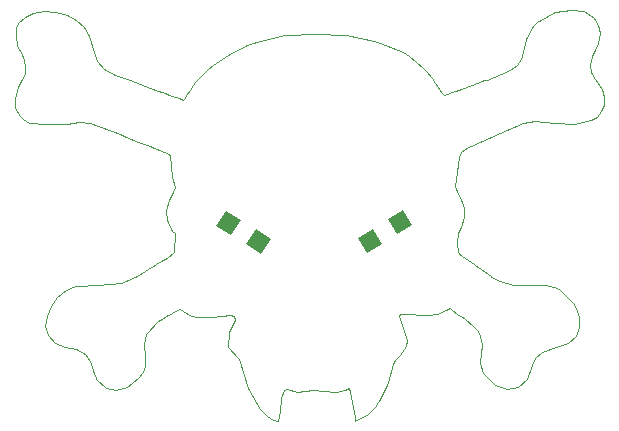
<source format=gtp>
G75*
G70*
%OFA0B0*%
%FSLAX24Y24*%
%IPPOS*%
%LPD*%
%AMOC8*
5,1,8,0,0,1.08239X$1,22.5*
%
%ADD10C,0.0010*%
%ADD11R,0.0591X0.0591*%
D10*
X002813Y001666D02*
X002773Y001794D01*
X002677Y002095D01*
X002502Y002332D01*
X002202Y002485D01*
X001841Y002565D01*
X001498Y002704D01*
X001254Y002972D01*
X001179Y003262D01*
X001215Y003596D01*
X001351Y003934D01*
X001577Y004233D01*
X001868Y004458D01*
X002112Y004565D01*
X002191Y004598D01*
X002926Y004644D01*
X003693Y004687D01*
X003862Y004749D01*
X004222Y004936D01*
X004496Y005090D01*
X004609Y005166D01*
X004763Y005259D01*
X004822Y005299D01*
X004868Y005336D01*
X005046Y005430D01*
X005230Y005537D01*
X005472Y005723D01*
X005486Y006356D01*
X005413Y006444D01*
X005245Y006806D01*
X005202Y007130D01*
X005293Y007457D01*
X005432Y007739D01*
X005482Y007896D01*
X005390Y008224D01*
X005347Y008635D01*
X005334Y008922D01*
X005287Y009005D01*
X004974Y009138D01*
X004888Y009162D01*
X004802Y009186D01*
X004651Y009252D01*
X004472Y009334D01*
X004358Y009372D01*
X004248Y009408D01*
X003876Y009570D01*
X003666Y009655D01*
X003044Y009898D01*
X002939Y009935D01*
X002648Y010029D01*
X002287Y010048D01*
X001893Y010008D01*
X001223Y009993D01*
X000645Y010024D01*
X000436Y010150D01*
X000318Y010268D01*
X000160Y010544D01*
X000160Y010859D01*
X000258Y011216D01*
X000389Y011507D01*
X000483Y011671D01*
X000513Y011894D01*
X000480Y012135D01*
X000348Y012387D01*
X000277Y012532D01*
X000231Y012631D01*
X000185Y012959D01*
X000197Y013204D01*
X000274Y013356D01*
X000482Y013566D01*
X000771Y013702D01*
X001127Y013758D01*
X001538Y013733D01*
X001895Y013635D01*
X002203Y013466D01*
X002455Y013230D01*
X002641Y012933D01*
X002800Y012402D01*
X002897Y012091D01*
X003125Y011827D01*
X003512Y011631D01*
X004008Y011447D01*
X004657Y011208D01*
X004757Y011157D01*
X004821Y011132D01*
X004944Y011093D01*
X005077Y011054D01*
X005150Y011027D01*
X005231Y011001D01*
X005295Y010978D01*
X005393Y010928D01*
X005630Y010848D01*
X005767Y010795D01*
X005820Y010869D01*
X005873Y010961D01*
X005991Y011132D01*
X006109Y011303D01*
X006172Y011390D01*
X006351Y011605D01*
X006583Y011837D01*
X006753Y011968D01*
X007260Y012293D01*
X007909Y012615D01*
X008087Y012691D01*
X008226Y012735D01*
X008324Y012767D01*
X009156Y012964D01*
X010180Y013012D01*
X011206Y012977D01*
X012138Y012763D01*
X012335Y012697D01*
X013097Y012382D01*
X013290Y012275D01*
X013780Y011855D01*
X013859Y011763D01*
X014047Y011532D01*
X014173Y011368D01*
X014388Y011033D01*
X014453Y010974D01*
X014822Y011094D01*
X014954Y011132D01*
X015029Y011154D01*
X015383Y011291D01*
X015720Y011426D01*
X015800Y011447D01*
X015896Y011472D01*
X016367Y011651D01*
X016659Y011781D01*
X016883Y011952D01*
X017033Y012155D01*
X017099Y012384D01*
X017201Y012839D01*
X017433Y013255D01*
X017583Y013417D01*
X017615Y013442D01*
X018154Y013746D01*
X018691Y013803D01*
X019126Y013748D01*
X019480Y013521D01*
X019611Y013288D01*
X019663Y013037D01*
X019606Y012689D01*
X019502Y012471D01*
X019390Y012276D01*
X019336Y011979D01*
X019363Y011724D01*
X019483Y011489D01*
X019733Y011158D01*
X019795Y010880D01*
X019796Y010645D01*
X019703Y010437D01*
X019562Y010240D01*
X019349Y010119D01*
X018813Y009990D01*
X018167Y010026D01*
X017484Y010100D01*
X017101Y010043D01*
X016315Y009686D01*
X016026Y009555D01*
X015374Y009252D01*
X015262Y009214D01*
X015225Y009190D01*
X015152Y009149D01*
X015017Y009079D01*
X014977Y008901D01*
X014867Y008148D01*
X014832Y007931D01*
X014860Y007829D01*
X015071Y007401D01*
X015124Y007204D01*
X015133Y006899D01*
X015037Y006559D01*
X014927Y006347D01*
X014904Y006022D01*
X014915Y005757D01*
X014959Y005664D01*
X015028Y005615D01*
X015075Y005588D01*
X015454Y005324D01*
X015514Y005274D01*
X015541Y005247D01*
X015600Y005221D01*
X016014Y004932D01*
X016039Y004911D01*
X016314Y004773D01*
X016748Y004638D01*
X017208Y004633D01*
X017867Y004634D01*
X018220Y004522D01*
X018320Y004473D01*
X018773Y004029D01*
X018861Y003862D01*
X018953Y003567D01*
X018972Y003242D01*
X018856Y002935D01*
X018613Y002702D01*
X018181Y002567D01*
X017717Y002397D01*
X017510Y002202D01*
X017402Y001950D01*
X017233Y001483D01*
X016935Y001225D01*
X016550Y001159D01*
X016172Y001301D01*
X015763Y001703D01*
X015651Y002021D01*
X015685Y002370D01*
X015721Y002637D01*
X015667Y002937D01*
X015588Y003106D01*
X015437Y003277D01*
X015114Y003520D01*
X014891Y003659D01*
X014744Y003794D01*
X014670Y003862D01*
X014534Y003795D01*
X014228Y003671D01*
X013911Y003624D01*
X013123Y003650D01*
X013000Y003647D01*
X012970Y003600D01*
X013085Y003193D01*
X013216Y002784D01*
X013200Y002599D01*
X012986Y002299D01*
X012835Y002131D01*
X012779Y001996D01*
X012603Y001393D01*
X012571Y001309D01*
X012344Y000827D01*
X012281Y000754D01*
X012256Y000727D01*
X012151Y000558D01*
X011883Y000302D01*
X011582Y000150D01*
X011499Y000111D01*
X011486Y000226D01*
X011362Y000907D01*
X011336Y001069D01*
X011312Y001187D01*
X011174Y001143D01*
X010865Y001073D01*
X010477Y001109D01*
X010094Y001124D01*
X009579Y001077D01*
X009241Y001154D01*
X009144Y001133D01*
X009041Y000859D01*
X008983Y000420D01*
X008940Y000111D01*
X008775Y000133D01*
X008776Y000134D01*
X008552Y000266D01*
X008342Y000482D01*
X007943Y001194D01*
X007633Y002164D01*
X007612Y002201D01*
X007251Y002578D01*
X007295Y003068D01*
X007403Y003269D01*
X007489Y003463D01*
X007459Y003587D01*
X007316Y003636D01*
X007066Y003606D01*
X006650Y003550D01*
X006280Y003566D01*
X006038Y003611D01*
X005924Y003662D01*
X005868Y003698D01*
X005750Y003769D01*
X005657Y003841D01*
X005483Y003750D01*
X005300Y003639D01*
X005256Y003619D01*
X005186Y003586D01*
X005059Y003506D01*
X004914Y003428D01*
X004518Y003011D01*
X004459Y002670D01*
X004491Y002257D01*
X004497Y001932D01*
X004420Y001723D01*
X004258Y001522D01*
X003889Y001220D01*
X003521Y001124D01*
X003189Y001208D01*
X002877Y001510D01*
X002852Y001566D01*
X002813Y001666D01*
D11*
G36*
X008683Y006170D02*
X008370Y005671D01*
X007871Y005984D01*
X008184Y006483D01*
X008683Y006170D01*
G37*
G36*
X007684Y006794D02*
X007371Y006295D01*
X006872Y006608D01*
X007185Y007107D01*
X007684Y006794D01*
G37*
G36*
X011899Y005700D02*
X011586Y006199D01*
X012085Y006512D01*
X012398Y006013D01*
X011899Y005700D01*
G37*
G36*
X012898Y006324D02*
X012585Y006823D01*
X013084Y007136D01*
X013397Y006637D01*
X012898Y006324D01*
G37*
M02*

</source>
